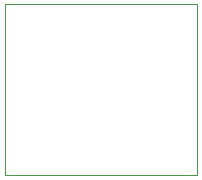
<source format=gm1>
G04 #@! TF.GenerationSoftware,KiCad,Pcbnew,5.1.2-f72e74a~84~ubuntu16.04.1*
G04 #@! TF.CreationDate,2019-07-19T18:16:20+01:00*
G04 #@! TF.ProjectId,DigitalPot,44696769-7461-46c5-906f-742e6b696361,rev?*
G04 #@! TF.SameCoordinates,Original*
G04 #@! TF.FileFunction,Profile,NP*
%FSLAX46Y46*%
G04 Gerber Fmt 4.6, Leading zero omitted, Abs format (unit mm)*
G04 Created by KiCad (PCBNEW 5.1.2-f72e74a~84~ubuntu16.04.1) date 2019-07-19 18:16:20*
%MOMM*%
%LPD*%
G04 APERTURE LIST*
%ADD10C,0.050000*%
G04 APERTURE END LIST*
D10*
X158750000Y-76200000D02*
X142494000Y-76200000D01*
X158750000Y-61722000D02*
X158750000Y-76200000D01*
X142494000Y-61722000D02*
X158750000Y-61722000D01*
X142494000Y-76200000D02*
X142494000Y-61722000D01*
M02*

</source>
